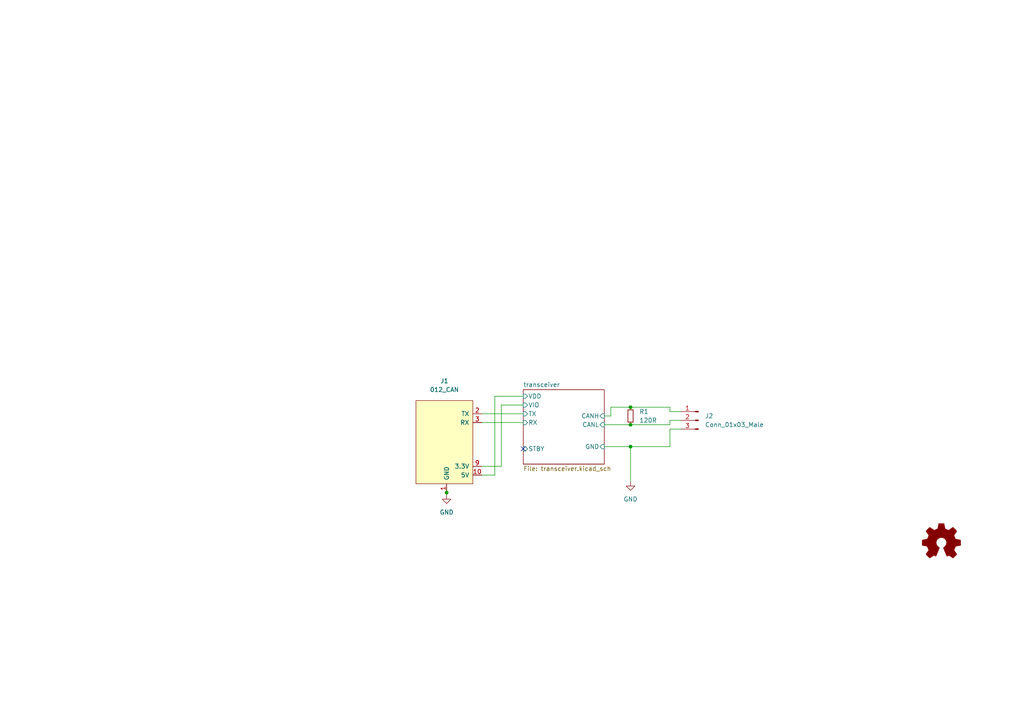
<source format=kicad_sch>
(kicad_sch (version 20211123) (generator eeschema)

  (uuid 57732dd3-1162-4c3f-88bd-31bf473d124d)

  (paper "A4")

  (lib_symbols
    (symbol "Connector:Conn_01x03_Male" (pin_names (offset 1.016) hide) (in_bom yes) (on_board yes)
      (property "Reference" "J" (id 0) (at 0 5.08 0)
        (effects (font (size 1.27 1.27)))
      )
      (property "Value" "Conn_01x03_Male" (id 1) (at 0 -5.08 0)
        (effects (font (size 1.27 1.27)))
      )
      (property "Footprint" "" (id 2) (at 0 0 0)
        (effects (font (size 1.27 1.27)) hide)
      )
      (property "Datasheet" "~" (id 3) (at 0 0 0)
        (effects (font (size 1.27 1.27)) hide)
      )
      (property "ki_keywords" "connector" (id 4) (at 0 0 0)
        (effects (font (size 1.27 1.27)) hide)
      )
      (property "ki_description" "Generic connector, single row, 01x03, script generated (kicad-library-utils/schlib/autogen/connector/)" (id 5) (at 0 0 0)
        (effects (font (size 1.27 1.27)) hide)
      )
      (property "ki_fp_filters" "Connector*:*_1x??_*" (id 6) (at 0 0 0)
        (effects (font (size 1.27 1.27)) hide)
      )
      (symbol "Conn_01x03_Male_1_1"
        (polyline
          (pts
            (xy 1.27 -2.54)
            (xy 0.8636 -2.54)
          )
          (stroke (width 0.1524) (type default) (color 0 0 0 0))
          (fill (type none))
        )
        (polyline
          (pts
            (xy 1.27 0)
            (xy 0.8636 0)
          )
          (stroke (width 0.1524) (type default) (color 0 0 0 0))
          (fill (type none))
        )
        (polyline
          (pts
            (xy 1.27 2.54)
            (xy 0.8636 2.54)
          )
          (stroke (width 0.1524) (type default) (color 0 0 0 0))
          (fill (type none))
        )
        (rectangle (start 0.8636 -2.413) (end 0 -2.667)
          (stroke (width 0.1524) (type default) (color 0 0 0 0))
          (fill (type outline))
        )
        (rectangle (start 0.8636 0.127) (end 0 -0.127)
          (stroke (width 0.1524) (type default) (color 0 0 0 0))
          (fill (type outline))
        )
        (rectangle (start 0.8636 2.667) (end 0 2.413)
          (stroke (width 0.1524) (type default) (color 0 0 0 0))
          (fill (type outline))
        )
        (pin passive line (at 5.08 2.54 180) (length 3.81)
          (name "Pin_1" (effects (font (size 1.27 1.27))))
          (number "1" (effects (font (size 1.27 1.27))))
        )
        (pin passive line (at 5.08 0 180) (length 3.81)
          (name "Pin_2" (effects (font (size 1.27 1.27))))
          (number "2" (effects (font (size 1.27 1.27))))
        )
        (pin passive line (at 5.08 -2.54 180) (length 3.81)
          (name "Pin_3" (effects (font (size 1.27 1.27))))
          (number "3" (effects (font (size 1.27 1.27))))
        )
      )
    )
    (symbol "Device:R_Small" (pin_numbers hide) (pin_names (offset 0.254) hide) (in_bom yes) (on_board yes)
      (property "Reference" "R" (id 0) (at 0.762 0.508 0)
        (effects (font (size 1.27 1.27)) (justify left))
      )
      (property "Value" "R_Small" (id 1) (at 0.762 -1.016 0)
        (effects (font (size 1.27 1.27)) (justify left))
      )
      (property "Footprint" "" (id 2) (at 0 0 0)
        (effects (font (size 1.27 1.27)) hide)
      )
      (property "Datasheet" "~" (id 3) (at 0 0 0)
        (effects (font (size 1.27 1.27)) hide)
      )
      (property "ki_keywords" "R resistor" (id 4) (at 0 0 0)
        (effects (font (size 1.27 1.27)) hide)
      )
      (property "ki_description" "Resistor, small symbol" (id 5) (at 0 0 0)
        (effects (font (size 1.27 1.27)) hide)
      )
      (property "ki_fp_filters" "R_*" (id 6) (at 0 0 0)
        (effects (font (size 1.27 1.27)) hide)
      )
      (symbol "R_Small_0_1"
        (rectangle (start -0.762 1.778) (end 0.762 -1.778)
          (stroke (width 0.2032) (type default) (color 0 0 0 0))
          (fill (type none))
        )
      )
      (symbol "R_Small_1_1"
        (pin passive line (at 0 2.54 270) (length 0.762)
          (name "~" (effects (font (size 1.27 1.27))))
          (number "1" (effects (font (size 1.27 1.27))))
        )
        (pin passive line (at 0 -2.54 90) (length 0.762)
          (name "~" (effects (font (size 1.27 1.27))))
          (number "2" (effects (font (size 1.27 1.27))))
        )
      )
    )
    (symbol "Graphic:Logo_Open_Hardware_Small" (pin_names (offset 1.016)) (in_bom yes) (on_board yes)
      (property "Reference" "#LOGO" (id 0) (at 0 6.985 0)
        (effects (font (size 1.27 1.27)) hide)
      )
      (property "Value" "Logo_Open_Hardware_Small" (id 1) (at 0 -5.715 0)
        (effects (font (size 1.27 1.27)) hide)
      )
      (property "Footprint" "" (id 2) (at 0 0 0)
        (effects (font (size 1.27 1.27)) hide)
      )
      (property "Datasheet" "~" (id 3) (at 0 0 0)
        (effects (font (size 1.27 1.27)) hide)
      )
      (property "ki_keywords" "Logo" (id 4) (at 0 0 0)
        (effects (font (size 1.27 1.27)) hide)
      )
      (property "ki_description" "Open Hardware logo, small" (id 5) (at 0 0 0)
        (effects (font (size 1.27 1.27)) hide)
      )
      (symbol "Logo_Open_Hardware_Small_0_1"
        (polyline
          (pts
            (xy 3.3528 -4.3434)
            (xy 3.302 -4.318)
            (xy 3.175 -4.2418)
            (xy 2.9972 -4.1148)
            (xy 2.7686 -3.9624)
            (xy 2.54 -3.81)
            (xy 2.3622 -3.7084)
            (xy 2.2352 -3.6068)
            (xy 2.1844 -3.5814)
            (xy 2.159 -3.6068)
            (xy 2.0574 -3.6576)
            (xy 1.905 -3.7338)
            (xy 1.8034 -3.7846)
            (xy 1.6764 -3.8354)
            (xy 1.6002 -3.8354)
            (xy 1.6002 -3.8354)
            (xy 1.5494 -3.7338)
            (xy 1.4732 -3.5306)
            (xy 1.3462 -3.302)
            (xy 1.2446 -3.0226)
            (xy 1.1176 -2.7178)
            (xy 0.9652 -2.413)
            (xy 0.8636 -2.1082)
            (xy 0.7366 -1.8288)
            (xy 0.6604 -1.6256)
            (xy 0.6096 -1.4732)
            (xy 0.5842 -1.397)
            (xy 0.5842 -1.397)
            (xy 0.6604 -1.3208)
            (xy 0.7874 -1.2446)
            (xy 1.0414 -1.016)
            (xy 1.2954 -0.6858)
            (xy 1.4478 -0.3302)
            (xy 1.524 0.0762)
            (xy 1.4732 0.4572)
            (xy 1.3208 0.8128)
            (xy 1.0668 1.143)
            (xy 0.762 1.3716)
            (xy 0.4064 1.524)
            (xy 0 1.5748)
            (xy -0.381 1.5494)
            (xy -0.7366 1.397)
            (xy -1.0668 1.143)
            (xy -1.2192 0.9906)
            (xy -1.397 0.6604)
            (xy -1.524 0.3048)
            (xy -1.524 0.2286)
            (xy -1.4986 -0.1778)
            (xy -1.397 -0.5334)
            (xy -1.1938 -0.8636)
            (xy -0.9144 -1.143)
            (xy -0.8636 -1.1684)
            (xy -0.7366 -1.27)
            (xy -0.635 -1.3462)
            (xy -0.5842 -1.397)
            (xy -1.0668 -2.5908)
            (xy -1.143 -2.794)
            (xy -1.2954 -3.1242)
            (xy -1.397 -3.4036)
            (xy -1.4986 -3.6322)
            (xy -1.5748 -3.7846)
            (xy -1.6002 -3.8354)
            (xy -1.6002 -3.8354)
            (xy -1.651 -3.8354)
            (xy -1.7272 -3.81)
            (xy -1.905 -3.7338)
            (xy -2.0066 -3.683)
            (xy -2.1336 -3.6068)
            (xy -2.2098 -3.5814)
            (xy -2.2606 -3.6068)
            (xy -2.3622 -3.683)
            (xy -2.54 -3.81)
            (xy -2.7686 -3.9624)
            (xy -2.9718 -4.0894)
            (xy -3.1496 -4.2164)
            (xy -3.302 -4.318)
            (xy -3.3528 -4.3434)
            (xy -3.3782 -4.3434)
            (xy -3.429 -4.318)
            (xy -3.5306 -4.2164)
            (xy -3.7084 -4.064)
            (xy -3.937 -3.8354)
            (xy -3.9624 -3.81)
            (xy -4.1656 -3.6068)
            (xy -4.318 -3.4544)
            (xy -4.4196 -3.3274)
            (xy -4.445 -3.2766)
            (xy -4.445 -3.2766)
            (xy -4.4196 -3.2258)
            (xy -4.318 -3.0734)
            (xy -4.2164 -2.8956)
            (xy -4.064 -2.667)
            (xy -3.6576 -2.0828)
            (xy -3.8862 -1.5494)
            (xy -3.937 -1.3716)
            (xy -4.0386 -1.1684)
            (xy -4.0894 -1.0414)
            (xy -4.1148 -0.9652)
            (xy -4.191 -0.9398)
            (xy -4.318 -0.9144)
            (xy -4.5466 -0.8636)
            (xy -4.8006 -0.8128)
            (xy -5.0546 -0.7874)
            (xy -5.2578 -0.7366)
            (xy -5.4356 -0.7112)
            (xy -5.5118 -0.6858)
            (xy -5.5118 -0.6858)
            (xy -5.5372 -0.635)
            (xy -5.5372 -0.5588)
            (xy -5.5372 -0.4318)
            (xy -5.5626 -0.2286)
            (xy -5.5626 0.0762)
            (xy -5.5626 0.127)
            (xy -5.5372 0.4064)
            (xy -5.5372 0.635)
            (xy -5.5372 0.762)
            (xy -5.5372 0.8382)
            (xy -5.5372 0.8382)
            (xy -5.461 0.8382)
            (xy -5.3086 0.889)
            (xy -5.08 0.9144)
            (xy -4.826 0.9652)
            (xy -4.8006 0.9906)
            (xy -4.5466 1.0414)
            (xy -4.318 1.0668)
            (xy -4.1656 1.1176)
            (xy -4.0894 1.143)
            (xy -4.0894 1.143)
            (xy -4.0386 1.2446)
            (xy -3.9624 1.4224)
            (xy -3.8608 1.6256)
            (xy -3.7846 1.8288)
            (xy -3.7084 2.0066)
            (xy -3.6576 2.159)
            (xy -3.6322 2.2098)
            (xy -3.6322 2.2098)
            (xy -3.683 2.286)
            (xy -3.7592 2.413)
            (xy -3.8862 2.5908)
            (xy -4.064 2.8194)
            (xy -4.064 2.8448)
            (xy -4.2164 3.0734)
            (xy -4.3434 3.2512)
            (xy -4.4196 3.3782)
            (xy -4.445 3.4544)
            (xy -4.445 3.4544)
            (xy -4.3942 3.5052)
            (xy -4.2926 3.6322)
            (xy -4.1148 3.81)
            (xy -3.937 4.0132)
            (xy -3.8608 4.064)
            (xy -3.6576 4.2926)
            (xy -3.5052 4.4196)
            (xy -3.4036 4.4958)
            (xy -3.3528 4.5212)
            (xy -3.3528 4.5212)
            (xy -3.302 4.4704)
            (xy -3.1496 4.3688)
            (xy -2.9718 4.2418)
            (xy -2.7432 4.0894)
            (xy -2.7178 4.0894)
            (xy -2.4892 3.937)
            (xy -2.3114 3.81)
            (xy -2.1844 3.7084)
            (xy -2.1336 3.683)
            (xy -2.1082 3.683)
            (xy -2.032 3.7084)
            (xy -1.8542 3.7592)
            (xy -1.6764 3.8354)
            (xy -1.4732 3.937)
            (xy -1.27 4.0132)
            (xy -1.143 4.064)
            (xy -1.0668 4.1148)
            (xy -1.0668 4.1148)
            (xy -1.0414 4.191)
            (xy -1.016 4.3434)
            (xy -0.9652 4.572)
            (xy -0.9144 4.8514)
            (xy -0.889 4.9022)
            (xy -0.8382 5.1562)
            (xy -0.8128 5.3848)
            (xy -0.7874 5.5372)
            (xy -0.762 5.588)
            (xy -0.7112 5.6134)
            (xy -0.5842 5.6134)
            (xy -0.4064 5.6134)
            (xy -0.1524 5.6134)
            (xy 0.0762 5.6134)
            (xy 0.3302 5.6134)
            (xy 0.5334 5.6134)
            (xy 0.6858 5.588)
            (xy 0.7366 5.588)
            (xy 0.7366 5.588)
            (xy 0.762 5.5118)
            (xy 0.8128 5.334)
            (xy 0.8382 5.1054)
            (xy 0.9144 4.826)
            (xy 0.9144 4.7752)
            (xy 0.9652 4.5212)
            (xy 1.016 4.2926)
            (xy 1.0414 4.1402)
            (xy 1.0668 4.0894)
            (xy 1.0668 4.0894)
            (xy 1.1938 4.0386)
            (xy 1.3716 3.9624)
            (xy 1.5748 3.8608)
            (xy 2.0828 3.6576)
            (xy 2.7178 4.0894)
            (xy 2.7686 4.1402)
            (xy 2.9972 4.2926)
            (xy 3.175 4.4196)
            (xy 3.302 4.4958)
            (xy 3.3782 4.5212)
            (xy 3.3782 4.5212)
            (xy 3.429 4.4704)
            (xy 3.556 4.3434)
            (xy 3.7338 4.191)
            (xy 3.9116 3.9878)
            (xy 4.064 3.8354)
            (xy 4.2418 3.6576)
            (xy 4.3434 3.556)
            (xy 4.4196 3.4798)
            (xy 4.4196 3.429)
            (xy 4.4196 3.4036)
            (xy 4.3942 3.3274)
            (xy 4.2926 3.2004)
            (xy 4.1656 2.9972)
            (xy 4.0132 2.794)
            (xy 3.8862 2.5908)
            (xy 3.7592 2.3876)
            (xy 3.6576 2.2352)
            (xy 3.6322 2.159)
            (xy 3.6322 2.1336)
            (xy 3.683 2.0066)
            (xy 3.7592 1.8288)
            (xy 3.8608 1.6002)
            (xy 4.064 1.1176)
            (xy 4.3942 1.0414)
            (xy 4.5974 1.016)
            (xy 4.8768 0.9652)
            (xy 5.1308 0.9144)
            (xy 5.5372 0.8382)
            (xy 5.5626 -0.6604)
            (xy 5.4864 -0.6858)
            (xy 5.4356 -0.6858)
            (xy 5.2832 -0.7366)
            (xy 5.0546 -0.762)
            (xy 4.8006 -0.8128)
            (xy 4.5974 -0.8636)
            (xy 4.3688 -0.9144)
            (xy 4.2164 -0.9398)
            (xy 4.1402 -0.9398)
            (xy 4.1148 -0.9652)
            (xy 4.064 -1.0668)
            (xy 3.9878 -1.2446)
            (xy 3.9116 -1.4478)
            (xy 3.81 -1.651)
            (xy 3.7338 -1.8542)
            (xy 3.683 -2.0066)
            (xy 3.6576 -2.0828)
            (xy 3.683 -2.1336)
            (xy 3.7846 -2.2606)
            (xy 3.8862 -2.4638)
            (xy 4.0386 -2.667)
            (xy 4.191 -2.8956)
            (xy 4.318 -3.0734)
            (xy 4.3942 -3.2004)
            (xy 4.445 -3.2766)
            (xy 4.4196 -3.3274)
            (xy 4.3434 -3.429)
            (xy 4.1656 -3.5814)
            (xy 3.937 -3.8354)
            (xy 3.8862 -3.8608)
            (xy 3.683 -4.064)
            (xy 3.5306 -4.2164)
            (xy 3.4036 -4.318)
            (xy 3.3528 -4.3434)
          )
          (stroke (width 0) (type default) (color 0 0 0 0))
          (fill (type outline))
        )
      )
    )
    (symbol "power:GND" (power) (pin_names (offset 0)) (in_bom yes) (on_board yes)
      (property "Reference" "#PWR" (id 0) (at 0 -6.35 0)
        (effects (font (size 1.27 1.27)) hide)
      )
      (property "Value" "GND" (id 1) (at 0 -3.81 0)
        (effects (font (size 1.27 1.27)))
      )
      (property "Footprint" "" (id 2) (at 0 0 0)
        (effects (font (size 1.27 1.27)) hide)
      )
      (property "Datasheet" "" (id 3) (at 0 0 0)
        (effects (font (size 1.27 1.27)) hide)
      )
      (property "ki_keywords" "power-flag" (id 4) (at 0 0 0)
        (effects (font (size 1.27 1.27)) hide)
      )
      (property "ki_description" "Power symbol creates a global label with name \"GND\" , ground" (id 5) (at 0 0 0)
        (effects (font (size 1.27 1.27)) hide)
      )
      (symbol "GND_0_1"
        (polyline
          (pts
            (xy 0 0)
            (xy 0 -1.27)
            (xy 1.27 -1.27)
            (xy 0 -2.54)
            (xy -1.27 -1.27)
            (xy 0 -1.27)
          )
          (stroke (width 0) (type default) (color 0 0 0 0))
          (fill (type none))
        )
      )
      (symbol "GND_1_1"
        (pin power_in line (at 0 0 270) (length 0) hide
          (name "GND" (effects (font (size 1.27 1.27))))
          (number "1" (effects (font (size 1.27 1.27))))
        )
      )
    )
    (symbol "put_on_edge:012_CAN" (pin_names (offset 1.016)) (in_bom yes) (on_board yes)
      (property "Reference" "J" (id 0) (at -1.27 12.7 0)
        (effects (font (size 1.27 1.27)))
      )
      (property "Value" "012_CAN" (id 1) (at 10.16 12.7 0)
        (effects (font (size 1.27 1.27)))
      )
      (property "Footprint" "" (id 2) (at 7.62 16.51 0)
        (effects (font (size 1.27 1.27)) hide)
      )
      (property "Datasheet" "" (id 3) (at 7.62 16.51 0)
        (effects (font (size 1.27 1.27)) hide)
      )
      (symbol "012_CAN_0_1"
        (rectangle (start -7.62 11.43) (end 8.89 -12.7)
          (stroke (width 0) (type default) (color 0 0 0 0))
          (fill (type background))
        )
      )
      (symbol "012_CAN_1_1"
        (pin power_in line (at 0 -15.24 90) (length 2.54)
          (name "GND" (effects (font (size 1.27 1.27))))
          (number "1" (effects (font (size 1.27 1.27))))
        )
        (pin power_in line (at -10.16 -10.16 0) (length 2.54)
          (name "5V" (effects (font (size 1.27 1.27))))
          (number "10" (effects (font (size 1.27 1.27))))
        )
        (pin bidirectional line (at -10.16 7.62 0) (length 2.54)
          (name "TX" (effects (font (size 1.27 1.27))))
          (number "2" (effects (font (size 1.27 1.27))))
        )
        (pin bidirectional line (at -10.16 5.08 0) (length 2.54)
          (name "RX" (effects (font (size 1.27 1.27))))
          (number "3" (effects (font (size 1.27 1.27))))
        )
        (pin power_in line (at -10.16 -7.62 0) (length 2.54)
          (name "3.3V" (effects (font (size 1.27 1.27))))
          (number "9" (effects (font (size 1.27 1.27))))
        )
      )
    )
  )

  (junction (at 182.88 118.11) (diameter 0) (color 0 0 0 0)
    (uuid 01f47d11-6061-4ecd-97eb-aeb0913557b1)
  )
  (junction (at 182.88 129.54) (diameter 0) (color 0 0 0 0)
    (uuid 292e71d8-024b-4998-8db5-87c769782673)
  )
  (junction (at 182.88 123.19) (diameter 0) (color 0 0 0 0)
    (uuid 500fba31-bd4e-4f74-92b6-06ce63c9dc3c)
  )
  (junction (at 129.54 142.875) (diameter 0) (color 0 0 0 0)
    (uuid e53d4cda-0fa2-40a6-8525-dc7e5026e266)
  )

  (no_connect (at 151.765 130.175) (uuid 5005526c-371a-4878-9beb-17d7a53acb47))

  (wire (pts (xy 197.485 121.92) (xy 194.31 121.92))
    (stroke (width 0) (type default) (color 0 0 0 0))
    (uuid 018c7dfe-efde-467a-bd8f-9296860c73a4)
  )
  (wire (pts (xy 182.88 118.11) (xy 194.31 118.11))
    (stroke (width 0) (type default) (color 0 0 0 0))
    (uuid 07987336-ef59-4296-b256-a0b7923ec0cf)
  )
  (wire (pts (xy 139.7 120.015) (xy 151.765 120.015))
    (stroke (width 0) (type default) (color 0 0 0 0))
    (uuid 2f04ff75-6bbd-4a93-a991-9de295a42680)
  )
  (wire (pts (xy 194.31 123.19) (xy 182.88 123.19))
    (stroke (width 0) (type default) (color 0 0 0 0))
    (uuid 4a6cca41-b968-4d18-b0af-02cbe78104b3)
  )
  (wire (pts (xy 182.88 129.54) (xy 182.88 139.7))
    (stroke (width 0) (type default) (color 0 0 0 0))
    (uuid 5a1fc14d-1d6f-444c-82b2-77ce3f0eeb3f)
  )
  (wire (pts (xy 175.26 120.65) (xy 177.165 120.65))
    (stroke (width 0) (type default) (color 0 0 0 0))
    (uuid 6339ad8f-7f68-4b36-ada1-db2e3d599322)
  )
  (wire (pts (xy 177.165 118.11) (xy 182.88 118.11))
    (stroke (width 0) (type default) (color 0 0 0 0))
    (uuid 636edad5-c2c1-4ac7-ac9e-eef30582d567)
  )
  (wire (pts (xy 143.51 137.795) (xy 139.7 137.795))
    (stroke (width 0) (type default) (color 0 0 0 0))
    (uuid 68c228ce-8e02-45f5-b5f1-ddaa4577b71f)
  )
  (wire (pts (xy 194.31 118.11) (xy 194.31 119.38))
    (stroke (width 0) (type default) (color 0 0 0 0))
    (uuid 6e6f7c30-ee8c-486f-818f-567b80d5673d)
  )
  (wire (pts (xy 151.765 114.935) (xy 143.51 114.935))
    (stroke (width 0) (type default) (color 0 0 0 0))
    (uuid 79fdcfe7-7f5f-4047-9d38-bb5734da8199)
  )
  (wire (pts (xy 194.31 119.38) (xy 197.485 119.38))
    (stroke (width 0) (type default) (color 0 0 0 0))
    (uuid 86955589-ddff-4932-9356-17fa7bab8058)
  )
  (wire (pts (xy 177.165 120.65) (xy 177.165 118.11))
    (stroke (width 0) (type default) (color 0 0 0 0))
    (uuid 8d599788-e9ff-4d30-82d6-2e4ad15bc82d)
  )
  (wire (pts (xy 143.51 114.935) (xy 143.51 137.795))
    (stroke (width 0) (type default) (color 0 0 0 0))
    (uuid 8d7a3f53-ad1f-491a-a50e-db7ff729eb25)
  )
  (wire (pts (xy 129.54 142.875) (xy 129.54 143.51))
    (stroke (width 0) (type default) (color 0 0 0 0))
    (uuid 8e025495-11d8-488d-b780-6fc6aa1b26a9)
  )
  (wire (pts (xy 151.765 117.475) (xy 145.415 117.475))
    (stroke (width 0) (type default) (color 0 0 0 0))
    (uuid 924fba4a-4a9b-45e2-b061-914d22177c9e)
  )
  (wire (pts (xy 175.26 129.54) (xy 182.88 129.54))
    (stroke (width 0) (type default) (color 0 0 0 0))
    (uuid b5f50e6e-6728-4454-96f5-44e0bc388ce5)
  )
  (wire (pts (xy 197.485 124.46) (xy 194.31 124.46))
    (stroke (width 0) (type default) (color 0 0 0 0))
    (uuid b6c9356c-c28b-45e2-af52-c7b447b6c3ad)
  )
  (wire (pts (xy 194.31 124.46) (xy 194.31 129.54))
    (stroke (width 0) (type default) (color 0 0 0 0))
    (uuid bb091c82-98ec-442c-b840-4c31f0a0bf96)
  )
  (wire (pts (xy 194.31 121.92) (xy 194.31 123.19))
    (stroke (width 0) (type default) (color 0 0 0 0))
    (uuid d3f547cc-00bd-41a2-aaf9-0ea58776c468)
  )
  (wire (pts (xy 145.415 117.475) (xy 145.415 135.255))
    (stroke (width 0) (type default) (color 0 0 0 0))
    (uuid d8333517-0d3d-4dcf-a161-ef9d17e13301)
  )
  (wire (pts (xy 139.7 122.555) (xy 151.765 122.555))
    (stroke (width 0) (type default) (color 0 0 0 0))
    (uuid d91f58bc-f524-4ed6-b41d-0dd0498187c8)
  )
  (wire (pts (xy 145.415 135.255) (xy 139.7 135.255))
    (stroke (width 0) (type default) (color 0 0 0 0))
    (uuid db6a6467-b291-4bc7-94a5-03c2b04d4a31)
  )
  (wire (pts (xy 182.88 123.19) (xy 175.26 123.19))
    (stroke (width 0) (type default) (color 0 0 0 0))
    (uuid dd95a1ae-b85b-4e74-88cc-54de94683af5)
  )
  (wire (pts (xy 194.31 129.54) (xy 182.88 129.54))
    (stroke (width 0) (type default) (color 0 0 0 0))
    (uuid e15f9945-f9f9-4a41-bcba-f9d45c6e2c2d)
  )
  (wire (pts (xy 129.54 141.605) (xy 129.54 142.875))
    (stroke (width 0) (type default) (color 0 0 0 0))
    (uuid f23ba24f-941d-45f7-a78f-fdf5978bd605)
  )

  (symbol (lib_id "put_on_edge:012_CAN") (at 129.54 127.635 0) (mirror y) (unit 1)
    (in_bom yes) (on_board yes) (fields_autoplaced)
    (uuid 212d930c-debb-4008-a65c-5cfa0cb26ccf)
    (property "Reference" "J1" (id 0) (at 128.905 110.49 0))
    (property "Value" "012_CAN" (id 1) (at 128.905 113.03 0))
    (property "Footprint" "on_edge:on_edge_2x05_device" (id 2) (at 121.92 111.125 0)
      (effects (font (size 1.27 1.27)) hide)
    )
    (property "Datasheet" "" (id 3) (at 121.92 111.125 0)
      (effects (font (size 1.27 1.27)) hide)
    )
    (pin "1" (uuid 8322e83c-0859-4b68-8569-24ba3f30000b))
    (pin "10" (uuid e38f0cfe-0d3c-46e1-bdd9-5f58eaf5a070))
    (pin "2" (uuid 855fa30f-ed72-42d3-bcfa-f2299d1a8099))
    (pin "3" (uuid f9d6a1c4-0579-4294-9083-73532f0dc3b8))
    (pin "9" (uuid d1b28c46-cbc8-4eda-aba2-3bf2aa78f0db))
  )

  (symbol (lib_id "Device:R_Small") (at 182.88 120.65 0) (unit 1)
    (in_bom yes) (on_board yes) (fields_autoplaced)
    (uuid 7f5c5d5f-bf9b-4e1c-bd1a-357b00f5fff6)
    (property "Reference" "R1" (id 0) (at 185.42 119.3799 0)
      (effects (font (size 1.27 1.27)) (justify left))
    )
    (property "Value" "120R" (id 1) (at 185.42 121.9199 0)
      (effects (font (size 1.27 1.27)) (justify left))
    )
    (property "Footprint" "Resistor_SMD:R_0805_2012Metric" (id 2) (at 182.88 120.65 0)
      (effects (font (size 1.27 1.27)) hide)
    )
    (property "Datasheet" "~" (id 3) (at 182.88 120.65 0)
      (effects (font (size 1.27 1.27)) hide)
    )
    (pin "1" (uuid a5b08f00-bbb4-48f8-b2fa-a4cd1c47badd))
    (pin "2" (uuid efc30cfd-27a1-450b-9c38-4fc145d040f4))
  )

  (symbol (lib_id "power:GND") (at 182.88 139.7 0) (unit 1)
    (in_bom yes) (on_board yes) (fields_autoplaced)
    (uuid 971afa99-5d33-4a72-a8e1-edd3c45138ed)
    (property "Reference" "#PWR0102" (id 0) (at 182.88 146.05 0)
      (effects (font (size 1.27 1.27)) hide)
    )
    (property "Value" "GND" (id 1) (at 182.88 144.78 0))
    (property "Footprint" "" (id 2) (at 182.88 139.7 0)
      (effects (font (size 1.27 1.27)) hide)
    )
    (property "Datasheet" "" (id 3) (at 182.88 139.7 0)
      (effects (font (size 1.27 1.27)) hide)
    )
    (pin "1" (uuid 0e12e353-ffd6-4e27-8957-653e209f57b0))
  )

  (symbol (lib_id "Graphic:Logo_Open_Hardware_Small") (at 273.05 157.48 0) (unit 1)
    (in_bom yes) (on_board yes) (fields_autoplaced)
    (uuid b72b6f4a-7489-40f2-bb90-d75ae01aa368)
    (property "Reference" "LOGO1" (id 0) (at 273.05 150.495 0)
      (effects (font (size 1.27 1.27)) hide)
    )
    (property "Value" "Logo_Open_Hardware_Small" (id 1) (at 273.05 163.195 0)
      (effects (font (size 1.27 1.27)) hide)
    )
    (property "Footprint" "Symbol:OSHW-Symbol_6.7x6mm_SilkScreen" (id 2) (at 273.05 157.48 0)
      (effects (font (size 1.27 1.27)) hide)
    )
    (property "Datasheet" "~" (id 3) (at 273.05 157.48 0)
      (effects (font (size 1.27 1.27)) hide)
    )
  )

  (symbol (lib_id "power:GND") (at 129.54 143.51 0) (unit 1)
    (in_bom yes) (on_board yes) (fields_autoplaced)
    (uuid ba9dee24-d6e0-4f1a-9425-8e30ee97f77a)
    (property "Reference" "#PWR0101" (id 0) (at 129.54 149.86 0)
      (effects (font (size 1.27 1.27)) hide)
    )
    (property "Value" "GND" (id 1) (at 129.54 148.59 0))
    (property "Footprint" "" (id 2) (at 129.54 143.51 0)
      (effects (font (size 1.27 1.27)) hide)
    )
    (property "Datasheet" "" (id 3) (at 129.54 143.51 0)
      (effects (font (size 1.27 1.27)) hide)
    )
    (pin "1" (uuid 52e83a88-b571-44dd-8c02-7c62eee2576c))
  )

  (symbol (lib_id "Connector:Conn_01x03_Male") (at 202.565 121.92 0) (mirror y) (unit 1)
    (in_bom yes) (on_board yes) (fields_autoplaced)
    (uuid c07b5eba-df81-4334-b222-67ce7e565008)
    (property "Reference" "J2" (id 0) (at 204.47 120.6499 0)
      (effects (font (size 1.27 1.27)) (justify right))
    )
    (property "Value" "Conn_01x03_Male" (id 1) (at 204.47 123.1899 0)
      (effects (font (size 1.27 1.27)) (justify right))
    )
    (property "Footprint" "Connector_PinHeader_2.54mm:PinHeader_1x03_P2.54mm_Vertical" (id 2) (at 202.565 121.92 0)
      (effects (font (size 1.27 1.27)) hide)
    )
    (property "Datasheet" "~" (id 3) (at 202.565 121.92 0)
      (effects (font (size 1.27 1.27)) hide)
    )
    (pin "1" (uuid 61e06b72-ba23-4e2a-919e-728c4fa9ddc4))
    (pin "2" (uuid 2bcf86b2-8b31-47bf-a257-c1c43ac3f06c))
    (pin "3" (uuid 15602533-a434-43d7-a4ef-342b33e4eb9f))
  )

  (sheet (at 151.765 113.03) (size 23.495 21.59) (fields_autoplaced)
    (stroke (width 0.1524) (type solid) (color 0 0 0 0))
    (fill (color 0 0 0 0.0000))
    (uuid 767ce4c6-0e55-4543-92f0-34cb8237a544)
    (property "Sheet name" "transceiver" (id 0) (at 151.765 112.3184 0)
      (effects (font (size 1.27 1.27)) (justify left bottom))
    )
    (property "Sheet file" "transceiver.kicad_sch" (id 1) (at 151.765 135.2046 0)
      (effects (font (size 1.27 1.27)) (justify left top))
    )
    (pin "GND" input (at 175.26 129.54 0)
      (effects (font (size 1.27 1.27)) (justify right))
      (uuid 466cf29f-04d2-4303-aa26-8ec28548d2f2)
    )
    (pin "TX" input (at 151.765 120.015 180)
      (effects (font (size 1.27 1.27)) (justify left))
      (uuid a9008fe0-921b-4432-9b6a-7801f4f5d5f4)
    )
    (pin "RX" input (at 151.765 122.555 180)
      (effects (font (size 1.27 1.27)) (justify left))
      (uuid 63d1deb7-dfab-44f7-b95d-9d2c86db7feb)
    )
    (pin "VDD" input (at 151.765 114.935 180)
      (effects (font (size 1.27 1.27)) (justify left))
      (uuid 7fa0a1c7-dc26-42bb-80a7-c2fb459d6a2e)
    )
    (pin "VIO" input (at 151.765 117.475 180)
      (effects (font (size 1.27 1.27)) (justify left))
      (uuid 1741524b-65b2-410c-a16c-807333952a42)
    )
    (pin "STBY" input (at 151.765 130.175 180)
      (effects (font (size 1.27 1.27)) (justify left))
      (uuid 97b18059-4023-4a22-b351-207b7047f252)
    )
    (pin "CANH" input (at 175.26 120.65 0)
      (effects (font (size 1.27 1.27)) (justify right))
      (uuid 917cf294-5b11-419c-b655-9ba8fa990b35)
    )
    (pin "CANL" input (at 175.26 123.19 0)
      (effects (font (size 1.27 1.27)) (justify right))
      (uuid 56ad6473-c9b6-4226-9e64-300f34453c29)
    )
  )

  (sheet_instances
    (path "/" (page "1"))
    (path "/767ce4c6-0e55-4543-92f0-34cb8237a544" (page "2"))
  )

  (symbol_instances
    (path "/ba9dee24-d6e0-4f1a-9425-8e30ee97f77a"
      (reference "#PWR0101") (unit 1) (value "GND") (footprint "")
    )
    (path "/971afa99-5d33-4a72-a8e1-edd3c45138ed"
      (reference "#PWR0102") (unit 1) (value "GND") (footprint "")
    )
    (path "/767ce4c6-0e55-4543-92f0-34cb8237a544/8334e961-2b14-4d2f-9b96-2fa9d1a1a108"
      (reference "C1") (unit 1) (value "1uF") (footprint "Capacitor_SMD:C_0603_1608Metric")
    )
    (path "/767ce4c6-0e55-4543-92f0-34cb8237a544/5c4f67fa-cbed-4638-b9ea-fb50df07e49a"
      (reference "C2") (unit 1) (value "1uF") (footprint "Capacitor_SMD:C_0603_1608Metric")
    )
    (path "/767ce4c6-0e55-4543-92f0-34cb8237a544/78ca576f-6efe-440b-9485-cf01fbcb7180"
      (reference "C3") (unit 1) (value "1uF") (footprint "Capacitor_SMD:C_0603_1608Metric")
    )
    (path "/767ce4c6-0e55-4543-92f0-34cb8237a544/c6cfaf97-5b1a-4835-8198-48ec12c16e1d"
      (reference "C4") (unit 1) (value "1uF") (footprint "Capacitor_SMD:C_0603_1608Metric")
    )
    (path "/212d930c-debb-4008-a65c-5cfa0cb26ccf"
      (reference "J1") (unit 1) (value "012_CAN") (footprint "on_edge:on_edge_2x05_device")
    )
    (path "/c07b5eba-df81-4334-b222-67ce7e565008"
      (reference "J2") (unit 1) (value "Conn_01x03_Male") (footprint "Connector_PinHeader_2.54mm:PinHeader_1x03_P2.54mm_Vertical")
    )
    (path "/b72b6f4a-7489-40f2-bb90-d75ae01aa368"
      (reference "LOGO1") (unit 1) (value "Logo_Open_Hardware_Small") (footprint "Symbol:OSHW-Symbol_6.7x6mm_SilkScreen")
    )
    (path "/7f5c5d5f-bf9b-4e1c-bd1a-357b00f5fff6"
      (reference "R1") (unit 1) (value "120R") (footprint "Resistor_SMD:R_0805_2012Metric")
    )
    (path "/767ce4c6-0e55-4543-92f0-34cb8237a544/49dca1a8-825f-4e45-8fbe-5d434dbb4b6b"
      (reference "U1") (unit 1) (value "TJA1441") (footprint "Package_SO:SOIC-8_3.9x4.9mm_P1.27mm")
    )
  )
)

</source>
